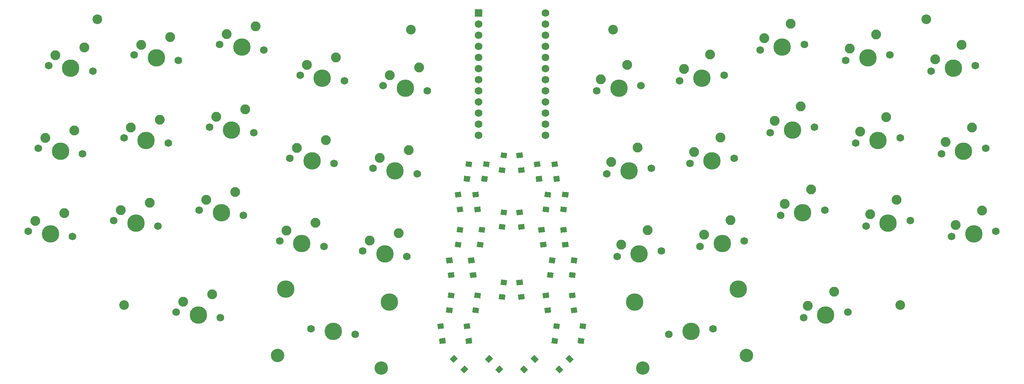
<source format=gbr>
G04 #@! TF.GenerationSoftware,KiCad,Pcbnew,(5.1.9)-1*
G04 #@! TF.CreationDate,2021-09-30T23:41:13-07:00*
G04 #@! TF.ProjectId,Claudia,436c6175-6469-4612-9e6b-696361645f70,rev?*
G04 #@! TF.SameCoordinates,Original*
G04 #@! TF.FileFunction,Soldermask,Top*
G04 #@! TF.FilePolarity,Negative*
%FSLAX46Y46*%
G04 Gerber Fmt 4.6, Leading zero omitted, Abs format (unit mm)*
G04 Created by KiCad (PCBNEW (5.1.9)-1) date 2021-09-30 23:41:13*
%MOMM*%
%LPD*%
G01*
G04 APERTURE LIST*
%ADD10C,2.200000*%
%ADD11C,1.752600*%
%ADD12R,1.752600X1.752600*%
%ADD13C,3.987800*%
%ADD14C,1.750000*%
%ADD15C,3.048000*%
%ADD16C,2.250000*%
%ADD17C,0.100000*%
G04 APERTURE END LIST*
D10*
X43547200Y-39250000D03*
X226499534Y-104500000D03*
X49630466Y-104500000D03*
X115000000Y-41630600D03*
X161047200Y-41630600D03*
X232500000Y-39250000D03*
D11*
X145643600Y-37820600D03*
X130403600Y-65760600D03*
X145643600Y-40360600D03*
X145643600Y-42900600D03*
X145643600Y-45440600D03*
X145643600Y-47980600D03*
X145643600Y-50520600D03*
X145643600Y-53060600D03*
X145643600Y-55600600D03*
X145643600Y-58140600D03*
X145643600Y-60680600D03*
X145643600Y-63220600D03*
X145643600Y-65760600D03*
X130403600Y-63220600D03*
X130403600Y-60680600D03*
X130403600Y-58140600D03*
X130403600Y-55600600D03*
X130403600Y-53060600D03*
X130403600Y-50520600D03*
X130403600Y-47980600D03*
X130403600Y-45440600D03*
X130403600Y-42900600D03*
X130403600Y-40360600D03*
D12*
X130403600Y-37820600D03*
D13*
X97299388Y-110551673D03*
D14*
X92257254Y-109932577D03*
X102341522Y-111170769D03*
D15*
X84630628Y-116033601D03*
X108265633Y-118935615D03*
D13*
X86487917Y-100907198D03*
X110122922Y-103809211D03*
D16*
X116858386Y-50255880D03*
D13*
X113718223Y-54988466D03*
D16*
X110246170Y-52003077D03*
D14*
X108676089Y-54369370D03*
X118760357Y-55607562D03*
D16*
X164313748Y-49636783D03*
D13*
X162411777Y-54988466D03*
D16*
X158320628Y-52931721D03*
D14*
X157369643Y-55607562D03*
X167453911Y-54369370D03*
D16*
X245169389Y-82893349D03*
D13*
X243267418Y-88245032D03*
D16*
X239176269Y-86188287D03*
D14*
X238225284Y-88864128D03*
X248309552Y-87625936D03*
D16*
X242847778Y-63985344D03*
D13*
X240945807Y-69337027D03*
D16*
X236854658Y-67280282D03*
D14*
X235903673Y-69956123D03*
X245987941Y-68717931D03*
D16*
X240526167Y-45077340D03*
D13*
X238624196Y-50429023D03*
D16*
X234533047Y-48372278D03*
D14*
X233582062Y-51048119D03*
X243666330Y-49809927D03*
D16*
X225680982Y-80487959D03*
D13*
X223779011Y-85839642D03*
D16*
X219687862Y-83782897D03*
D14*
X218736877Y-86458738D03*
X228821145Y-85220546D03*
D16*
X223359371Y-61579954D03*
D13*
X221457400Y-66931637D03*
D16*
X217366251Y-64874892D03*
D14*
X216415266Y-67550733D03*
X226499534Y-66312541D03*
D16*
X221037760Y-42671950D03*
D13*
X219135789Y-48023633D03*
D16*
X215044640Y-45966888D03*
D14*
X214093655Y-48642729D03*
X224177923Y-47404537D03*
D16*
X206192575Y-78082569D03*
D13*
X204290604Y-83434252D03*
D16*
X200199455Y-81377507D03*
D14*
X199248470Y-84053348D03*
X209332738Y-82815156D03*
D16*
X203870964Y-59174564D03*
D13*
X201968993Y-64526247D03*
D16*
X197877844Y-62469502D03*
D14*
X196926859Y-65145343D03*
X207011127Y-63907151D03*
D16*
X201549353Y-40266560D03*
D13*
X199647382Y-45618243D03*
D16*
X195556233Y-43561498D03*
D14*
X194605248Y-46237339D03*
X204689516Y-44999147D03*
D16*
X211457842Y-101427403D03*
D13*
X209555871Y-106779086D03*
D16*
X205464722Y-104722341D03*
D14*
X204513737Y-107398182D03*
X214598005Y-106159990D03*
D16*
X187864974Y-85131181D03*
D13*
X185963003Y-90482864D03*
D16*
X181871854Y-88426119D03*
D14*
X180920869Y-91101960D03*
X191005137Y-89863768D03*
D16*
X185543363Y-66223176D03*
D13*
X183641392Y-71574859D03*
D16*
X179550243Y-69518114D03*
D14*
X178599258Y-72193955D03*
X188683526Y-70955763D03*
D16*
X183221752Y-47315172D03*
D13*
X181319781Y-52666855D03*
D16*
X177228632Y-50610110D03*
D14*
X176277647Y-53285951D03*
X186361915Y-52047759D03*
D16*
X168956969Y-87452792D03*
D13*
X167054998Y-92804475D03*
D16*
X162963849Y-90747730D03*
D14*
X162012864Y-93423571D03*
X172097132Y-92185379D03*
D16*
X166635359Y-68544787D03*
D13*
X164733388Y-73896470D03*
D16*
X160642239Y-71839725D03*
D14*
X159691254Y-74515566D03*
X169775522Y-73277374D03*
D16*
X112215165Y-88071889D03*
D13*
X109075002Y-92804475D03*
D16*
X105602949Y-89819086D03*
D14*
X104032868Y-92185379D03*
X114117136Y-93423571D03*
D16*
X114536775Y-69163884D03*
D13*
X111396612Y-73896470D03*
D16*
X107924559Y-70911081D03*
D14*
X106354478Y-73277374D03*
X116438746Y-74515566D03*
D16*
X69714292Y-102046500D03*
D13*
X66574129Y-106779086D03*
D16*
X63102076Y-103793697D03*
D14*
X61531995Y-106159990D03*
X71616263Y-107398182D03*
D16*
X93307160Y-85750278D03*
D13*
X90166997Y-90482864D03*
D16*
X86694944Y-87497475D03*
D14*
X85124863Y-89863768D03*
X95209131Y-91101960D03*
D16*
X95628771Y-66842273D03*
D13*
X92488608Y-71574859D03*
D16*
X89016555Y-68589470D03*
D14*
X87446474Y-70955763D03*
X97530742Y-72193955D03*
D16*
X97950382Y-47934269D03*
D13*
X94810219Y-52666855D03*
D16*
X91338166Y-49681466D03*
D14*
X89768085Y-52047759D03*
X99852353Y-53285951D03*
D16*
X74979559Y-78701666D03*
D13*
X71839396Y-83434252D03*
D16*
X68367343Y-80448863D03*
D14*
X66797262Y-82815156D03*
X76881530Y-84053348D03*
D16*
X77301170Y-59793661D03*
D13*
X74161007Y-64526247D03*
D16*
X70688954Y-61540858D03*
D14*
X69118873Y-63907151D03*
X79203141Y-65145343D03*
D16*
X79622781Y-40885657D03*
D13*
X76482618Y-45618243D03*
D16*
X73010565Y-42632854D03*
D14*
X71440484Y-44999147D03*
X81524752Y-46237339D03*
D16*
X55491152Y-81107056D03*
D13*
X52350989Y-85839642D03*
D16*
X48878936Y-82854253D03*
D14*
X47308855Y-85220546D03*
X57393123Y-86458738D03*
D16*
X57812763Y-62199051D03*
D13*
X54672600Y-66931637D03*
D16*
X51200547Y-63946248D03*
D14*
X49630466Y-66312541D03*
X59714734Y-67550733D03*
D16*
X60134374Y-43291047D03*
D13*
X56994211Y-48023633D03*
D16*
X53522158Y-45038244D03*
D14*
X51952077Y-47404537D03*
X62036345Y-48642729D03*
D16*
X36002745Y-83512446D03*
D13*
X32862582Y-88245032D03*
D16*
X29390529Y-85259643D03*
D14*
X27820448Y-87625936D03*
X37904716Y-88864128D03*
D16*
X38324356Y-64604441D03*
D13*
X35184193Y-69337027D03*
D16*
X31712140Y-66351638D03*
D14*
X30142059Y-68717931D03*
X40226327Y-69956123D03*
D16*
X40645967Y-45696437D03*
D13*
X37505804Y-50429023D03*
D16*
X34033751Y-47443634D03*
D14*
X32463670Y-49809927D03*
X42547938Y-51048119D03*
D13*
X178830612Y-110551673D03*
D14*
X173788478Y-111170769D03*
X183872746Y-109932577D03*
D15*
X167864367Y-118935615D03*
X191499372Y-116033601D03*
D13*
X166007078Y-103809211D03*
X189642083Y-100907198D03*
D17*
G36*
X154414483Y-113368164D02*
G01*
X153024918Y-113197547D01*
X153171161Y-112006492D01*
X154560726Y-112177109D01*
X154414483Y-113368164D01*
G37*
G36*
X154828839Y-109993508D02*
G01*
X153439274Y-109822891D01*
X153585517Y-108631836D01*
X154975082Y-108802453D01*
X154828839Y-109993508D01*
G37*
G36*
X152414483Y-98368164D02*
G01*
X151024918Y-98197547D01*
X151171161Y-97006492D01*
X152560726Y-97177109D01*
X152414483Y-98368164D01*
G37*
G36*
X152828839Y-94993508D02*
G01*
X151439274Y-94822891D01*
X151585517Y-93631836D01*
X152975082Y-93802453D01*
X152828839Y-94993508D01*
G37*
G36*
X146414483Y-83368164D02*
G01*
X145024918Y-83197547D01*
X145171161Y-82006492D01*
X146560726Y-82177109D01*
X146414483Y-83368164D01*
G37*
G36*
X146828839Y-79993508D02*
G01*
X145439274Y-79822891D01*
X145585517Y-78631836D01*
X146975082Y-78802453D01*
X146828839Y-79993508D01*
G37*
G36*
X148414483Y-113368164D02*
G01*
X147024918Y-113197547D01*
X147171161Y-112006492D01*
X148560726Y-112177109D01*
X148414483Y-113368164D01*
G37*
G36*
X148828839Y-109993508D02*
G01*
X147439274Y-109822891D01*
X147585517Y-108631836D01*
X148975082Y-108802453D01*
X148828839Y-109993508D01*
G37*
G36*
X147414483Y-98368164D02*
G01*
X146024918Y-98197547D01*
X146171161Y-97006492D01*
X147560726Y-97177109D01*
X147414483Y-98368164D01*
G37*
G36*
X147828839Y-94993508D02*
G01*
X146439274Y-94822891D01*
X146585517Y-93631836D01*
X147975082Y-93802453D01*
X147828839Y-94993508D01*
G37*
G36*
X150414483Y-83368164D02*
G01*
X149024918Y-83197547D01*
X149171161Y-82006492D01*
X150560726Y-82177109D01*
X150414483Y-83368164D01*
G37*
G36*
X150828839Y-79993508D02*
G01*
X149439274Y-79822891D01*
X149585517Y-78631836D01*
X150975082Y-78802453D01*
X150828839Y-79993508D01*
G37*
G36*
X151024918Y-101802453D02*
G01*
X152414483Y-101631836D01*
X152560726Y-102822891D01*
X151171161Y-102993508D01*
X151024918Y-101802453D01*
G37*
G36*
X151439274Y-105177109D02*
G01*
X152828839Y-105006492D01*
X152975082Y-106197547D01*
X151585517Y-106368164D01*
X151439274Y-105177109D01*
G37*
G36*
X149024918Y-86802453D02*
G01*
X150414483Y-86631836D01*
X150560726Y-87822891D01*
X149171161Y-87993508D01*
X149024918Y-86802453D01*
G37*
G36*
X149439274Y-90177109D02*
G01*
X150828839Y-90006492D01*
X150975082Y-91197547D01*
X149585517Y-91368164D01*
X149439274Y-90177109D01*
G37*
G36*
X147024918Y-71802453D02*
G01*
X148414483Y-71631836D01*
X148560726Y-72822891D01*
X147171161Y-72993508D01*
X147024918Y-71802453D01*
G37*
G36*
X147439274Y-75177109D02*
G01*
X148828839Y-75006492D01*
X148975082Y-76197547D01*
X147585517Y-76368164D01*
X147439274Y-75177109D01*
G37*
G36*
X151131371Y-115878679D02*
G01*
X152121321Y-116868629D01*
X151272793Y-117717157D01*
X150282843Y-116727207D01*
X151131371Y-115878679D01*
G37*
G36*
X148727207Y-118282843D02*
G01*
X149717157Y-119272793D01*
X148868629Y-120121321D01*
X147878679Y-119131371D01*
X148727207Y-118282843D01*
G37*
G36*
X145439274Y-105177109D02*
G01*
X146828839Y-105006492D01*
X146975082Y-106197547D01*
X145585517Y-106368164D01*
X145439274Y-105177109D01*
G37*
G36*
X145024918Y-101802453D02*
G01*
X146414483Y-101631836D01*
X146560726Y-102822891D01*
X145171161Y-102993508D01*
X145024918Y-101802453D01*
G37*
G36*
X144024918Y-86802453D02*
G01*
X145414483Y-86631836D01*
X145560726Y-87822891D01*
X144171161Y-87993508D01*
X144024918Y-86802453D01*
G37*
G36*
X144439274Y-90177109D02*
G01*
X145828839Y-90006492D01*
X145975082Y-91197547D01*
X144585517Y-91368164D01*
X144439274Y-90177109D01*
G37*
G36*
X143024918Y-71802453D02*
G01*
X144414483Y-71631836D01*
X144560726Y-72822891D01*
X143171161Y-72993508D01*
X143024918Y-71802453D01*
G37*
G36*
X143439274Y-75177109D02*
G01*
X144828839Y-75006492D01*
X144975082Y-76197547D01*
X143585517Y-76368164D01*
X143439274Y-75177109D01*
G37*
G36*
X143131371Y-115878679D02*
G01*
X144121321Y-116868629D01*
X143272793Y-117717157D01*
X142282843Y-116727207D01*
X143131371Y-115878679D01*
G37*
G36*
X140727207Y-118282843D02*
G01*
X141717157Y-119272793D01*
X140868629Y-120121321D01*
X139878679Y-119131371D01*
X140727207Y-118282843D01*
G37*
G36*
X139439274Y-102177109D02*
G01*
X140828839Y-102006492D01*
X140975082Y-103197547D01*
X139585517Y-103368164D01*
X139439274Y-102177109D01*
G37*
G36*
X139024918Y-98802453D02*
G01*
X140414483Y-98631836D01*
X140560726Y-99822891D01*
X139171161Y-99993508D01*
X139024918Y-98802453D01*
G37*
G36*
X139024918Y-82802453D02*
G01*
X140414483Y-82631836D01*
X140560726Y-83822891D01*
X139171161Y-83993508D01*
X139024918Y-82802453D01*
G37*
G36*
X139439274Y-86177109D02*
G01*
X140828839Y-86006492D01*
X140975082Y-87197547D01*
X139585517Y-87368164D01*
X139439274Y-86177109D01*
G37*
G36*
X139439274Y-73177109D02*
G01*
X140828839Y-73006492D01*
X140975082Y-74197547D01*
X139585517Y-74368164D01*
X139439274Y-73177109D01*
G37*
G36*
X139024918Y-69802453D02*
G01*
X140414483Y-69631836D01*
X140560726Y-70822891D01*
X139171161Y-70993508D01*
X139024918Y-69802453D01*
G37*
G36*
X131878679Y-116868629D02*
G01*
X132868629Y-115878679D01*
X133717157Y-116727207D01*
X132727207Y-117717157D01*
X131878679Y-116868629D01*
G37*
G36*
X134282843Y-119272793D02*
G01*
X135272793Y-118282843D01*
X136121321Y-119131371D01*
X135131371Y-120121321D01*
X134282843Y-119272793D01*
G37*
G36*
X135171161Y-102006492D02*
G01*
X136560726Y-102177109D01*
X136414483Y-103368164D01*
X135024918Y-103197547D01*
X135171161Y-102006492D01*
G37*
G36*
X135585517Y-98631836D02*
G01*
X136975082Y-98802453D01*
X136828839Y-99993508D01*
X135439274Y-99822891D01*
X135585517Y-98631836D01*
G37*
G36*
X135585517Y-82631836D02*
G01*
X136975082Y-82802453D01*
X136828839Y-83993508D01*
X135439274Y-83822891D01*
X135585517Y-82631836D01*
G37*
G36*
X135171161Y-86006492D02*
G01*
X136560726Y-86177109D01*
X136414483Y-87368164D01*
X135024918Y-87197547D01*
X135171161Y-86006492D01*
G37*
G36*
X135171161Y-73006492D02*
G01*
X136560726Y-73177109D01*
X136414483Y-74368164D01*
X135024918Y-74197547D01*
X135171161Y-73006492D01*
G37*
G36*
X135585517Y-69631836D02*
G01*
X136975082Y-69802453D01*
X136828839Y-70993508D01*
X135439274Y-70822891D01*
X135585517Y-69631836D01*
G37*
G36*
X123878679Y-116868629D02*
G01*
X124868629Y-115878679D01*
X125717157Y-116727207D01*
X124727207Y-117717157D01*
X123878679Y-116868629D01*
G37*
G36*
X126282843Y-119272793D02*
G01*
X127272793Y-118282843D01*
X128121321Y-119131371D01*
X127131371Y-120121321D01*
X126282843Y-119272793D01*
G37*
G36*
X129585517Y-101631836D02*
G01*
X130975082Y-101802453D01*
X130828839Y-102993508D01*
X129439274Y-102822891D01*
X129585517Y-101631836D01*
G37*
G36*
X129171161Y-105006492D02*
G01*
X130560726Y-105177109D01*
X130414483Y-106368164D01*
X129024918Y-106197547D01*
X129171161Y-105006492D01*
G37*
G36*
X130585517Y-86631836D02*
G01*
X131975082Y-86802453D01*
X131828839Y-87993508D01*
X130439274Y-87822891D01*
X130585517Y-86631836D01*
G37*
G36*
X130171161Y-90006492D02*
G01*
X131560726Y-90177109D01*
X131414483Y-91368164D01*
X130024918Y-91197547D01*
X130171161Y-90006492D01*
G37*
G36*
X131585517Y-71631836D02*
G01*
X132975082Y-71802453D01*
X132828839Y-72993508D01*
X131439274Y-72822891D01*
X131585517Y-71631836D01*
G37*
G36*
X131171161Y-75006492D02*
G01*
X132560726Y-75177109D01*
X132414483Y-76368164D01*
X131024918Y-76197547D01*
X131171161Y-75006492D01*
G37*
G36*
X123585517Y-101631836D02*
G01*
X124975082Y-101802453D01*
X124828839Y-102993508D01*
X123439274Y-102822891D01*
X123585517Y-101631836D01*
G37*
G36*
X123171161Y-105006492D02*
G01*
X124560726Y-105177109D01*
X124414483Y-106368164D01*
X123024918Y-106197547D01*
X123171161Y-105006492D01*
G37*
G36*
X125585517Y-86631836D02*
G01*
X126975082Y-86802453D01*
X126828839Y-87993508D01*
X125439274Y-87822891D01*
X125585517Y-86631836D01*
G37*
G36*
X125171161Y-90006492D02*
G01*
X126560726Y-90177109D01*
X126414483Y-91368164D01*
X125024918Y-91197547D01*
X125171161Y-90006492D01*
G37*
G36*
X127585517Y-71631836D02*
G01*
X128975082Y-71802453D01*
X128828839Y-72993508D01*
X127439274Y-72822891D01*
X127585517Y-71631836D01*
G37*
G36*
X127171161Y-75006492D02*
G01*
X128560726Y-75177109D01*
X128414483Y-76368164D01*
X127024918Y-76197547D01*
X127171161Y-75006492D01*
G37*
G36*
X128975082Y-113197547D02*
G01*
X127585517Y-113368164D01*
X127439274Y-112177109D01*
X128828839Y-112006492D01*
X128975082Y-113197547D01*
G37*
G36*
X128560726Y-109822891D02*
G01*
X127171161Y-109993508D01*
X127024918Y-108802453D01*
X128414483Y-108631836D01*
X128560726Y-109822891D01*
G37*
G36*
X124975082Y-98197547D02*
G01*
X123585517Y-98368164D01*
X123439274Y-97177109D01*
X124828839Y-97006492D01*
X124975082Y-98197547D01*
G37*
G36*
X124560726Y-94822891D02*
G01*
X123171161Y-94993508D01*
X123024918Y-93802453D01*
X124414483Y-93631836D01*
X124560726Y-94822891D01*
G37*
G36*
X126975082Y-83197547D02*
G01*
X125585517Y-83368164D01*
X125439274Y-82177109D01*
X126828839Y-82006492D01*
X126975082Y-83197547D01*
G37*
G36*
X126560726Y-79822891D02*
G01*
X125171161Y-79993508D01*
X125024918Y-78802453D01*
X126414483Y-78631836D01*
X126560726Y-79822891D01*
G37*
G36*
X122975082Y-113197547D02*
G01*
X121585517Y-113368164D01*
X121439274Y-112177109D01*
X122828839Y-112006492D01*
X122975082Y-113197547D01*
G37*
G36*
X122560726Y-109822891D02*
G01*
X121171161Y-109993508D01*
X121024918Y-108802453D01*
X122414483Y-108631836D01*
X122560726Y-109822891D01*
G37*
G36*
X129975082Y-98197547D02*
G01*
X128585517Y-98368164D01*
X128439274Y-97177109D01*
X129828839Y-97006492D01*
X129975082Y-98197547D01*
G37*
G36*
X129560726Y-94822891D02*
G01*
X128171161Y-94993508D01*
X128024918Y-93802453D01*
X129414483Y-93631836D01*
X129560726Y-94822891D01*
G37*
G36*
X130975082Y-83197547D02*
G01*
X129585517Y-83368164D01*
X129439274Y-82177109D01*
X130828839Y-82006492D01*
X130975082Y-83197547D01*
G37*
G36*
X130560726Y-79822891D02*
G01*
X129171161Y-79993508D01*
X129024918Y-78802453D01*
X130414483Y-78631836D01*
X130560726Y-79822891D01*
G37*
M02*

</source>
